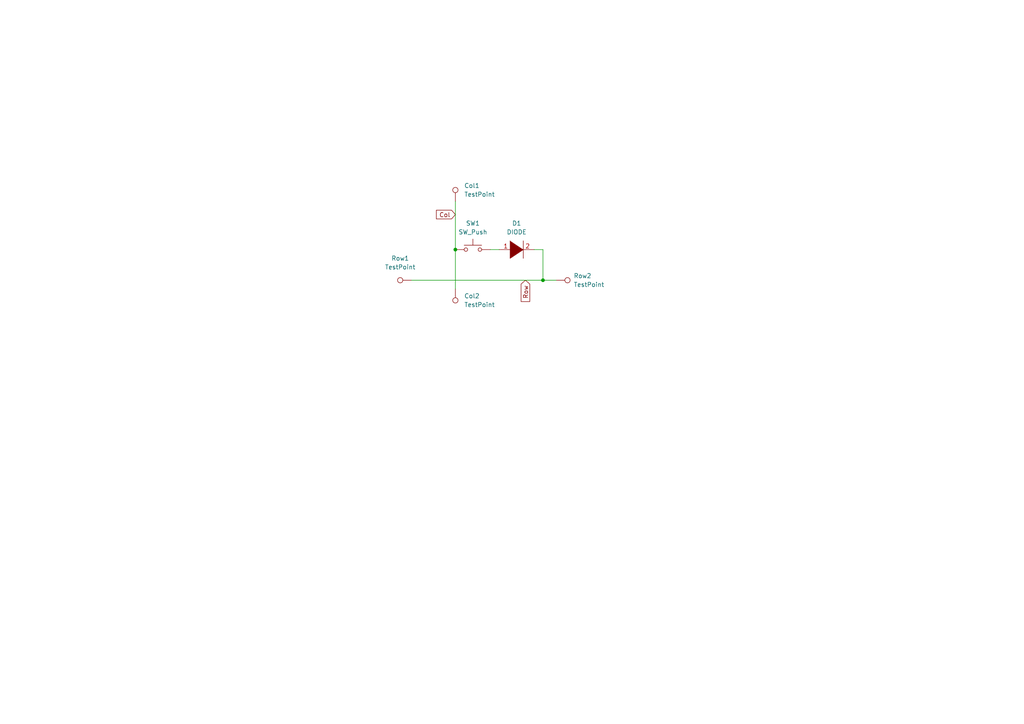
<source format=kicad_sch>
(kicad_sch (version 20211123) (generator eeschema)
  (paper "A4")
  (lib_symbols
    (symbol "Connector:TestPoint" (pin_numbers hide) (pin_names (offset 0.762) hide)
      (property "Reference" "TP" (at 0 6.858 0))
      (property "Value" "TestPoint" (at 0 5.08 0))
      (symbol "TestPoint_0_1"
        (circle (center 0 3.302) (radius 0.762))
      )
      (symbol "TestPoint_1_1"
        (pin passive line (at 0 0 90) (length 2.54) (name "1") (number "1"))
      )
    )
    (symbol "Switch:SW_Push" (pin_numbers hide) (pin_names (offset 1.016) hide)
      (property "Reference" "SW" (at 1.27 2.54 0))
      (property "Value" "SW_Push" (at 0 -1.524 0))
      (symbol "SW_Push_0_1"
        (circle (center -2.032 0) (radius 0.508))
        (polyline (pts (xy 0 1.27) (xy 0 3.048)))
        (polyline (pts (xy 2.54 1.27) (xy -2.54 1.27)))
        (circle (center 2.032 0) (radius 0.508))
        (pin passive line (at -5.08 0 0) (length 2.54) (name "1") (number "1"))
        (pin passive line (at 5.08 0 180) (length 2.54) (name "2") (number "2"))
      )
    )
    (symbol "pspice:DIODE" (pin_names (offset 1.016) hide)
      (property "Reference" "D" (at 0 3.81 0))
      (property "Value" "DIODE" (at 0 -4.445 0))
      (symbol "DIODE_0_1"
        (polyline (pts (xy 1.905 2.54) (xy 1.905 -2.54)))
        (polyline (pts (xy -1.905 2.54) (xy -1.905 -2.54) (xy 1.905 0)) (fill (type outline)))
      )
      (symbol "DIODE_1_1"
        (pin input line (at -5.08 0 0) (length 3.81) (name "K") (number "1"))
        (pin input line (at 5.08 0 180) (length 3.81) (name "A") (number "2"))
      )
    )
  )
  (junction (at 132.08 72.39))
  (junction (at 157.48 81.28))
  (wire (pts (xy 142.24 72.39) (xy 144.78 72.39)))
  (wire (pts (xy 132.08 58.42) (xy 132.08 72.39)))
  (wire (pts (xy 119.38 81.28) (xy 157.48 81.28)))
  (wire (pts (xy 132.08 72.39) (xy 132.08 83.82)))
  (wire (pts (xy 157.48 72.39) (xy 157.48 81.28)))
  (wire (pts (xy 157.48 81.28) (xy 161.29 81.28)))
  (wire (pts (xy 154.94 72.39) (xy 157.48 72.39)))
  (global_label "Col" (shape input) (at 132.08 62.23 180) (property "Intersheet References" "${INTERSHEET_REFS}" (effects hide)))
  (global_label "Row" (shape input) (at 152.4 81.28 270) (property "Intersheet References" "${INTERSHEET_REFS}" (effects hide)))
  (symbol (lib_id "Switch:SW_Push") (at 137.16 72.39 0) (unit 1)
    (property "Reference" "SW1" (at 137.16 64.77 0))
    (property "Value" "SW_Push" (at 137.16 67.31 0))
    (property "Footprint" "Custom:Kailh_socket_reversible" (effects hide))
  )
  (symbol (lib_id "Connector:TestPoint") (at 119.38 81.28 90) (unit 1)
    (property "Reference" "Row1" (at 116.078 74.93 90))
    (property "Value" "TestPoint" (at 116.078 77.47 90))
    (property "Footprint" "Custom:SinglePad" (effects hide))
  )
  (symbol (lib_id "Connector:TestPoint") (at 132.08 83.82 180) (unit 1)
    (property "Reference" "Col2" (at 134.62 85.8519 0) (effects (justify right)))
    (property "Value" "TestPoint" (at 134.62 88.3919 0) (effects (justify right)))
    (property "Footprint" "Custom:SinglePad" (effects hide))
  )
  (symbol (lib_id "Connector:TestPoint") (at 132.08 58.42 0) (unit 1)
    (property "Reference" "Col1" (at 134.62 53.8479 0) (effects (justify left)))
    (property "Value" "TestPoint" (at 134.62 56.3879 0) (effects (justify left)))
    (property "Footprint" "Custom:SinglePad" (effects hide))
  )
  (symbol (lib_id "pspice:DIODE") (at 149.86 72.39 0) (unit 1)
    (property "Reference" "D1" (at 149.86 64.77 0))
    (property "Value" "DIODE" (at 149.86 67.31 0))
    (property "Footprint" "Diode_SMD:D_MiniMELF_Handsoldering" (effects hide))
  )
  (symbol (lib_id "Connector:TestPoint") (at 161.29 81.28 270) (unit 1)
    (property "Reference" "Row2" (at 166.37 80.0099 90) (effects (justify left)))
    (property "Value" "TestPoint" (at 166.37 82.5499 90) (effects (justify left)))
    (property "Footprint" "Custom:SinglePad" (effects hide))
  )
)
</source>
